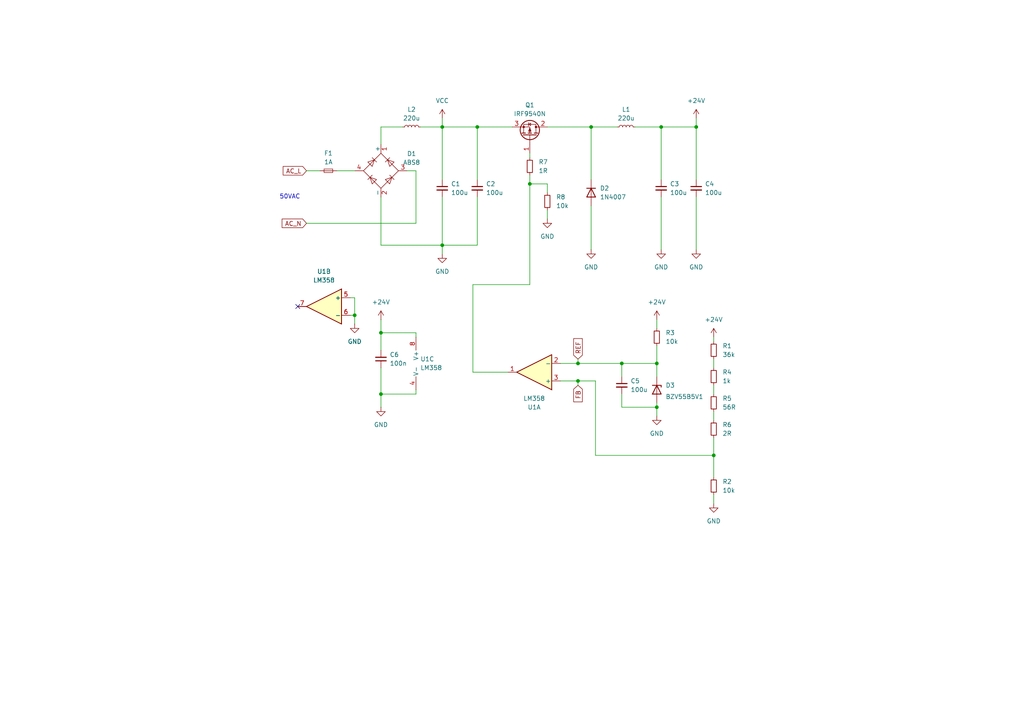
<source format=kicad_sch>
(kicad_sch (version 20231120) (generator "eeschema") (generator_version "8.0")
  (paper "A4")
  (lib_symbols
    (symbol "Amplifier_Operational:LM358" (pin_names (offset 0.127))
      (property "Reference" "U" (at 0 5.08 0))
      (property "Value" "LM358" (at 0 -5.08 0))
      (symbol "LM358_1_1"
        (polyline (pts (xy -5.08 5.08) (xy 5.08 0) (xy -5.08 -5.08) (xy -5.08 5.08)) (stroke (width 0.254)) (fill (type background)))
        (pin output line (at 7.62 0 180) (length 2.54) (name "~") (number "1"))
        (pin input line (at -7.62 -2.54 0) (length 2.54) (name "-") (number "2"))
        (pin input line (at -7.62 2.54 0) (length 2.54) (name "+") (number "3"))
      )
      (symbol "LM358_2_1"
        (polyline (pts (xy -5.08 5.08) (xy 5.08 0) (xy -5.08 -5.08) (xy -5.08 5.08)) (stroke (width 0.254)) (fill (type background)))
        (pin input line (at -7.62 2.54 0) (length 2.54) (name "+") (number "5"))
        (pin input line (at -7.62 -2.54 0) (length 2.54) (name "-") (number "6"))
        (pin output line (at 7.62 0 180) (length 2.54) (name "~") (number "7"))
      )
      (symbol "LM358_3_1"
        (pin power_in line (at -2.54 -7.62 90) (length 3.81) (name "V-") (number "4"))
        (pin power_in line (at -2.54 7.62 270) (length 3.81) (name "V+") (number "8"))
      )
    )
    (symbol "Device:C_Small" (pin_numbers hide) (pin_names (offset 0.254) hide)
      (property "Reference" "C" (at 0.254 1.778 0))
      (property "Value" "C_Small" (at 0.254 -2.032 0))
      (symbol "C_Small_0_1"
        (polyline (pts (xy -1.524 -0.508) (xy 1.524 -0.508)) (stroke (width 0.3302)))
        (polyline (pts (xy -1.524 0.508) (xy 1.524 0.508)) (stroke (width 0.3048)))
      )
      (symbol "C_Small_1_1"
        (pin passive line (at 0 2.54 270) (length 2.032) (name "~") (number "1"))
        (pin passive line (at 0 -2.54 90) (length 2.032) (name "~") (number "2"))
      )
    )
    (symbol "Device:Fuse_Small" (pin_numbers hide) (pin_names (offset 0.254) hide)
      (property "Reference" "F" (at 0 -1.524 0))
      (property "Value" "Fuse_Small" (at 0 1.524 0))
      (symbol "Fuse_Small_0_1"
        (rectangle (start -1.27 0.508) (end 1.27 -0.508))
        (polyline (pts (xy -1.27 0) (xy 1.27 0)))
      )
      (symbol "Fuse_Small_1_1"
        (pin passive line (at -2.54 0 0) (length 1.27) (name "~") (number "1"))
        (pin passive line (at 2.54 0 180) (length 1.27) (name "~") (number "2"))
      )
    )
    (symbol "Device:L_Small" (pin_numbers hide) (pin_names (offset 0.254) hide)
      (property "Reference" "L" (at 0.762 1.016 0))
      (property "Value" "L_Small" (at 0.762 -1.016 0))
      (symbol "L_Small_0_1"
        (arc (start 0 -2.032) (mid 0.5058 -1.524) (end 0 -1.016))
        (arc (start 0 -1.016) (mid 0.5058 -0.508) (end 0 0))
        (arc (start 0 0) (mid 0.5058 0.508) (end 0 1.016))
        (arc (start 0 1.016) (mid 0.5058 1.524) (end 0 2.032))
      )
      (symbol "L_Small_1_1"
        (pin passive line (at 0 2.54 270) (length 0.508) (name "~") (number "1"))
        (pin passive line (at 0 -2.54 90) (length 0.508) (name "~") (number "2"))
      )
    )
    (symbol "Device:R_Small" (pin_numbers hide) (pin_names (offset 0.254) hide)
      (property "Reference" "R" (at 0.762 0.508 0))
      (property "Value" "R_Small" (at 0.762 -1.016 0))
      (symbol "R_Small_0_1"
        (rectangle (start -0.762 1.778) (end 0.762 -1.778) (stroke (width 0.2032)))
      )
      (symbol "R_Small_1_1"
        (pin passive line (at 0 2.54 270) (length 0.762) (name "~") (number "1"))
        (pin passive line (at 0 -2.54 90) (length 0.762) (name "~") (number "2"))
      )
    )
    (symbol "Diode:1N4007" (pin_numbers hide) (pin_names hide)
      (property "Reference" "D" (at 0 2.54 0))
      (property "Value" "1N4007" (at 0 -2.54 0))
      (symbol "1N4007_0_1"
        (polyline (pts (xy -1.27 1.27) (xy -1.27 -1.27)) (stroke (width 0.254)))
        (polyline (pts (xy 1.27 0) (xy -1.27 0)))
        (polyline (pts (xy 1.27 1.27) (xy 1.27 -1.27) (xy -1.27 0) (xy 1.27 1.27)) (stroke (width 0.254)))
      )
      (symbol "1N4007_1_1"
        (pin passive line (at -3.81 0 0) (length 2.54) (name "K") (number "1"))
        (pin passive line (at 3.81 0 180) (length 2.54) (name "A") (number "2"))
      )
    )
    (symbol "Diode:BZV55B5V1" (pin_numbers hide) (pin_names hide)
      (property "Reference" "D" (at 0 2.54 0))
      (property "Value" "BZV55B5V1" (at 0 -2.54 0))
      (symbol "BZV55B5V1_0_1"
        (polyline (pts (xy 1.27 0) (xy -1.27 0)))
        (polyline (pts (xy -1.27 -1.27) (xy -1.27 1.27) (xy -0.762 1.27)) (stroke (width 0.254)))
        (polyline (pts (xy 1.27 -1.27) (xy 1.27 1.27) (xy -1.27 0) (xy 1.27 -1.27)) (stroke (width 0.254)))
      )
      (symbol "BZV55B5V1_1_1"
        (pin passive line (at -3.81 0 0) (length 2.54) (name "K") (number "1"))
        (pin passive line (at 3.81 0 180) (length 2.54) (name "A") (number "2"))
      )
    )
    (symbol "Diode_Bridge:ABS8" (pin_names (offset 0))
      (property "Reference" "D" (at 2.54 6.985 0))
      (property "Value" "ABS8" (at 2.54 5.08 0))
      (symbol "ABS8_0_1"
        (polyline (pts (xy -2.54 3.81) (xy -1.27 2.54)))
        (polyline (pts (xy -1.27 -2.54) (xy -2.54 -3.81)))
        (polyline (pts (xy 2.54 -1.27) (xy 3.81 -2.54)))
        (polyline (pts (xy 2.54 1.27) (xy 3.81 2.54)))
        (polyline (pts (xy -3.81 2.54) (xy -2.54 1.27) (xy -1.905 3.175) (xy -3.81 2.54)))
        (polyline (pts (xy -2.54 -1.27) (xy -3.81 -2.54) (xy -1.905 -3.175) (xy -2.54 -1.27)))
        (polyline (pts (xy 1.27 2.54) (xy 2.54 3.81) (xy 3.175 1.905) (xy 1.27 2.54)))
        (polyline (pts (xy 3.175 -1.905) (xy 1.27 -2.54) (xy 2.54 -3.81) (xy 3.175 -1.905)))
        (polyline (pts (xy -5.08 0) (xy 0 -5.08) (xy 5.08 0) (xy 0 5.08) (xy -5.08 0)))
      )
      (symbol "ABS8_1_1"
        (pin passive line (at 7.62 0 180) (length 2.54) (name "+") (number "1"))
        (pin passive line (at -7.62 0 0) (length 2.54) (name "-") (number "2"))
        (pin passive line (at 0 -7.62 90) (length 2.54) (name "~") (number "3"))
        (pin passive line (at 0 7.62 270) (length 2.54) (name "~") (number "4"))
      )
    )
    (symbol "Transistor_FET:IRF9540N" (pin_names hide)
      (property "Reference" "Q" (at 5.08 1.905 0))
      (property "Value" "IRF9540N" (at 5.08 0 0))
      (symbol "IRF9540N_0_1"
        (polyline (pts (xy 0.254 0) (xy -2.54 0)))
        (polyline (pts (xy 0.254 1.905) (xy 0.254 -1.905)) (stroke (width 0.254)))
        (polyline (pts (xy 0.762 -1.27) (xy 0.762 -2.286)) (stroke (width 0.254)))
        (polyline (pts (xy 0.762 0.508) (xy 0.762 -0.508)) (stroke (width 0.254)))
        (polyline (pts (xy 0.762 2.286) (xy 0.762 1.27)) (stroke (width 0.254)))
        (polyline (pts (xy 2.54 2.54) (xy 2.54 1.778)))
        (polyline (pts (xy 2.54 -2.54) (xy 2.54 0) (xy 0.762 0)))
        (polyline (pts (xy 0.762 1.778) (xy 3.302 1.778) (xy 3.302 -1.778) (xy 0.762 -1.778)))
        (polyline (pts (xy 2.286 0) (xy 1.27 0.381) (xy 1.27 -0.381) (xy 2.286 0)) (fill (type outline)))
        (polyline (pts (xy 2.794 -0.508) (xy 2.921 -0.381) (xy 3.683 -0.381) (xy 3.81 -0.254)))
        (polyline (pts (xy 3.302 -0.381) (xy 2.921 0.254) (xy 3.683 0.254) (xy 3.302 -0.381)))
        (circle (center 1.651 0) (radius 2.794) (stroke (width 0.254)))
        (circle (center 2.54 -1.778) (radius 0.254) (fill (type outline)))
        (circle (center 2.54 1.778) (radius 0.254) (fill (type outline)))
      )
      (symbol "IRF9540N_1_1"
        (pin input line (at -5.08 0 0) (length 2.54) (name "G") (number "1"))
        (pin passive line (at 2.54 5.08 270) (length 2.54) (name "D") (number "2"))
        (pin passive line (at 2.54 -5.08 90) (length 2.54) (name "S") (number "3"))
      )
    )
    (symbol "power:+24V" (power) (pin_numbers hide) (pin_names (offset 0) hide)
      (property "Value" "+24V" (at 0 3.556 0))
      (symbol "+24V_0_1"
        (polyline (pts (xy -0.762 1.27) (xy 0 2.54)))
        (polyline (pts (xy 0 0) (xy 0 2.54)))
        (polyline (pts (xy 0 2.54) (xy 0.762 1.27)))
      )
      (symbol "+24V_1_1"
        (pin power_in line (at 0 0 90) (length 0) (name "~") (number "1"))
      )
    )
    (symbol "power:GND" (power) (pin_numbers hide) (pin_names (offset 0) hide)
      (property "Value" "GND" (at 0 -3.81 0))
      (symbol "GND_0_1"
        (polyline (pts (xy 0 0) (xy 0 -1.27) (xy 1.27 -1.27) (xy 0 -2.54) (xy -1.27 -1.27) (xy 0 -1.27)))
      )
      (symbol "GND_1_1"
        (pin power_in line (at 0 0 270) (length 0) (name "~") (number "1"))
      )
    )
    (symbol "power:VCC" (power) (pin_numbers hide) (pin_names (offset 0) hide)
      (property "Value" "VCC" (at 0 3.556 0))
      (symbol "VCC_0_1"
        (polyline (pts (xy -0.762 1.27) (xy 0 2.54)))
        (polyline (pts (xy 0 0) (xy 0 2.54)))
        (polyline (pts (xy 0 2.54) (xy 0.762 1.27)))
      )
      (symbol "VCC_1_1"
        (pin power_in line (at 0 0 90) (length 0) (name "~") (number "1"))
      )
    )
  )
  (junction (at 167.64 110.49))
  (junction (at 128.27 36.83))
  (junction (at 153.67 53.34))
  (junction (at 190.5 105.41))
  (junction (at 180.34 105.41))
  (junction (at 110.49 114.3))
  (junction (at 207.01 132.08))
  (junction (at 167.64 105.41))
  (junction (at 110.49 96.52))
  (junction (at 191.77 36.83))
  (junction (at 138.43 36.83))
  (junction (at 190.5 118.11))
  (junction (at 128.27 71.12))
  (junction (at 201.93 36.83))
  (junction (at 102.87 91.44))
  (junction (at 171.45 36.83))
  (no_connect (at 86.36 88.9))
  (wire (pts (xy 102.87 91.44) (xy 102.87 93.98)))
  (wire (pts (xy 171.45 59.69) (xy 171.45 72.39)))
  (wire (pts (xy 158.75 60.96) (xy 158.75 63.5)))
  (wire (pts (xy 138.43 71.12) (xy 128.27 71.12)))
  (wire (pts (xy 180.34 105.41) (xy 190.5 105.41)))
  (wire (pts (xy 110.49 71.12) (xy 110.49 57.15)))
  (wire (pts (xy 101.6 91.44) (xy 102.87 91.44)))
  (wire (pts (xy 110.49 96.52) (xy 110.49 101.6)))
  (wire (pts (xy 120.65 49.53) (xy 120.65 64.77)))
  (wire (pts (xy 172.72 132.08) (xy 172.72 110.49)))
  (wire (pts (xy 102.87 86.36) (xy 102.87 91.44)))
  (wire (pts (xy 180.34 105.41) (xy 180.34 109.22)))
  (wire (pts (xy 101.6 86.36) (xy 102.87 86.36)))
  (wire (pts (xy 138.43 36.83) (xy 148.59 36.83)))
  (wire (pts (xy 167.64 111.76) (xy 167.64 110.49)))
  (wire (pts (xy 128.27 36.83) (xy 128.27 52.07)))
  (wire (pts (xy 191.77 36.83) (xy 191.77 52.07)))
  (wire (pts (xy 184.15 36.83) (xy 191.77 36.83)))
  (wire (pts (xy 171.45 52.07) (xy 171.45 36.83)))
  (wire (pts (xy 110.49 36.83) (xy 116.84 36.83)))
  (wire (pts (xy 137.16 107.95) (xy 147.32 107.95)))
  (wire (pts (xy 191.77 57.15) (xy 191.77 72.39)))
  (wire (pts (xy 167.64 105.41) (xy 180.34 105.41)))
  (wire (pts (xy 88.9 64.77) (xy 120.65 64.77)))
  (wire (pts (xy 190.5 118.11) (xy 190.5 120.65)))
  (wire (pts (xy 201.93 57.15) (xy 201.93 72.39)))
  (wire (pts (xy 207.01 143.51) (xy 207.01 146.05)))
  (wire (pts (xy 110.49 106.68) (xy 110.49 114.3)))
  (wire (pts (xy 172.72 132.08) (xy 207.01 132.08)))
  (wire (pts (xy 110.49 36.83) (xy 110.49 41.91)))
  (wire (pts (xy 88.9 49.53) (xy 92.71 49.53)))
  (wire (pts (xy 138.43 36.83) (xy 128.27 36.83)))
  (wire (pts (xy 120.65 113.03) (xy 120.65 114.3)))
  (wire (pts (xy 180.34 114.3) (xy 180.34 118.11)))
  (wire (pts (xy 167.64 105.41) (xy 162.56 105.41)))
  (wire (pts (xy 190.5 100.33) (xy 190.5 105.41)))
  (wire (pts (xy 138.43 57.15) (xy 138.43 71.12)))
  (wire (pts (xy 137.16 82.55) (xy 153.67 82.55)))
  (wire (pts (xy 110.49 114.3) (xy 110.49 118.11)))
  (wire (pts (xy 207.01 104.14) (xy 207.01 106.68)))
  (wire (pts (xy 207.01 127) (xy 207.01 132.08)))
  (wire (pts (xy 207.01 111.76) (xy 207.01 114.3)))
  (wire (pts (xy 190.5 105.41) (xy 190.5 109.22)))
  (wire (pts (xy 158.75 53.34) (xy 153.67 53.34)))
  (wire (pts (xy 110.49 114.3) (xy 120.65 114.3)))
  (wire (pts (xy 158.75 55.88) (xy 158.75 53.34)))
  (wire (pts (xy 171.45 36.83) (xy 179.07 36.83)))
  (wire (pts (xy 110.49 96.52) (xy 120.65 96.52)))
  (wire (pts (xy 190.5 116.84) (xy 190.5 118.11)))
  (wire (pts (xy 128.27 71.12) (xy 110.49 71.12)))
  (wire (pts (xy 207.01 97.79) (xy 207.01 99.06)))
  (wire (pts (xy 118.11 49.53) (xy 120.65 49.53)))
  (wire (pts (xy 158.75 36.83) (xy 171.45 36.83)))
  (wire (pts (xy 190.5 92.71) (xy 190.5 95.25)))
  (wire (pts (xy 207.01 119.38) (xy 207.01 121.92)))
  (wire (pts (xy 110.49 92.71) (xy 110.49 96.52)))
  (wire (pts (xy 153.67 82.55) (xy 153.67 53.34)))
  (wire (pts (xy 167.64 110.49) (xy 162.56 110.49)))
  (wire (pts (xy 128.27 34.29) (xy 128.27 36.83)))
  (wire (pts (xy 153.67 44.45) (xy 153.67 45.72)))
  (wire (pts (xy 128.27 71.12) (xy 128.27 73.66)))
  (wire (pts (xy 191.77 36.83) (xy 201.93 36.83)))
  (wire (pts (xy 167.64 104.14) (xy 167.64 105.41)))
  (wire (pts (xy 121.92 36.83) (xy 128.27 36.83)))
  (wire (pts (xy 207.01 132.08) (xy 207.01 138.43)))
  (wire (pts (xy 201.93 34.29) (xy 201.93 36.83)))
  (wire (pts (xy 201.93 36.83) (xy 201.93 52.07)))
  (wire (pts (xy 120.65 97.79) (xy 120.65 96.52)))
  (wire (pts (xy 153.67 53.34) (xy 153.67 50.8)))
  (wire (pts (xy 97.79 49.53) (xy 102.87 49.53)))
  (wire (pts (xy 180.34 118.11) (xy 190.5 118.11)))
  (wire (pts (xy 138.43 52.07) (xy 138.43 36.83)))
  (wire (pts (xy 128.27 57.15) (xy 128.27 71.12)))
  (wire (pts (xy 137.16 107.95) (xy 137.16 82.55)))
  (wire (pts (xy 172.72 110.49) (xy 167.64 110.49)))
  (text "50VAC" (at 84.074 57.15 0) (effects (font (size 1.27 1.27))))
  (global_label "AC_N" (shape input) (at 88.9 64.77 180) (property "Intersheetrefs" "${INTERSHEET_REFS}" (effects (hide yes))))
  (global_label "REF" (shape input) (at 167.64 104.14 90) (property "Intersheetrefs" "${INTERSHEET_REFS}" (effects (hide yes))))
  (global_label "AC_L" (shape input) (at 88.9 49.53 180) (property "Intersheetrefs" "${INTERSHEET_REFS}" (effects (hide yes))))
  (global_label "FB" (shape input) (at 167.64 111.76 270) (property "Intersheetrefs" "${INTERSHEET_REFS}" (effects (hide yes))))
  (symbol (lib_id "power:GND") (at 102.87 93.98 0) (unit 1)
    (property "Reference" "#PWR011" (effects (hide yes)))
    (property "Value" "GND" (at 102.87 99.06 0))
    (property "Description" "Power symbol creates a global label with name \"GND\" , ground" (effects (hide yes)))
  )
  (symbol (lib_id "Device:R_Small") (at 207.01 109.22 0) (unit 1)
    (property "Reference" "R4" (at 209.55 107.9499 0) (effects (justify left)))
    (property "Value" "1k" (at 209.55 110.4899 0) (effects (justify left)))
    (property "Footprint" "Resistor_SMD:R_0603_1608Metric_Pad0.98x0.95mm_HandSolder" (effects (hide yes)))
    (property "Description" "Resistor, small symbol" (effects (hide yes)))
  )
  (symbol (lib_id "power:VCC") (at 128.27 34.29 0) (unit 1)
    (property "Reference" "#PWR02" (effects (hide yes)))
    (property "Value" "VCC" (at 128.27 29.21 0))
    (property "Description" "Power symbol creates a global label with name \"VCC\"" (effects (hide yes)))
  )
  (symbol (lib_id "Device:R_Small") (at 153.67 48.26 0) (unit 1)
    (property "Reference" "R7" (at 156.21 46.9899 0) (effects (justify left)))
    (property "Value" "1R" (at 156.21 49.5299 0) (effects (justify left)))
    (property "Footprint" "Resistor_SMD:R_0603_1608Metric_Pad0.98x0.95mm_HandSolder" (effects (hide yes)))
    (property "Description" "Resistor, small symbol" (effects (hide yes)))
  )
  (symbol (lib_id "Device:R_Small") (at 207.01 101.6 0) (unit 1)
    (property "Reference" "R1" (at 209.55 100.3299 0) (effects (justify left)))
    (property "Value" "36k" (at 209.55 102.8699 0) (effects (justify left)))
    (property "Footprint" "Resistor_SMD:R_0603_1608Metric_Pad0.98x0.95mm_HandSolder" (effects (hide yes)))
    (property "Description" "Resistor, small symbol" (effects (hide yes)))
  )
  (symbol (lib_id "power:+24V") (at 201.93 34.29 0) (unit 1)
    (property "Reference" "#PWR08" (effects (hide yes)))
    (property "Value" "+24V" (at 201.93 29.21 0))
    (property "Description" "Power symbol creates a global label with name \"+24V\"" (effects (hide yes)))
  )
  (symbol (lib_id "power:+24V") (at 207.01 97.79 0) (unit 1)
    (property "Reference" "#PWR09" (effects (hide yes)))
    (property "Value" "+24V" (at 207.01 92.71 0))
    (property "Description" "Power symbol creates a global label with name \"+24V\"" (effects (hide yes)))
  )
  (symbol (lib_id "Device:R_Small") (at 207.01 140.97 0) (unit 1)
    (property "Reference" "R2" (at 209.55 139.6999 0) (effects (justify left)))
    (property "Value" "10k" (at 209.55 142.2399 0) (effects (justify left)))
    (property "Footprint" "Resistor_SMD:R_0603_1608Metric_Pad0.98x0.95mm_HandSolder" (effects (hide yes)))
    (property "Description" "Resistor, small symbol" (effects (hide yes)))
  )
  (symbol (lib_id "Device:C_Small") (at 180.34 111.76 0) (unit 1)
    (property "Reference" "C5" (at 182.88 110.4962 0) (effects (justify left)))
    (property "Value" "100u" (at 182.88 113.0362 0) (effects (justify left)))
    (property "Footprint" "Capacitor_SMD:C_1206_3216Metric_Pad1.33x1.80mm_HandSolder" (effects (hide yes)))
    (property "Description" "Unpolarized capacitor, small symbol" (effects (hide yes)))
  )
  (symbol (lib_id "Device:R_Small") (at 158.75 58.42 180) (unit 1)
    (property "Reference" "R8" (at 161.29 57.1499 0) (effects (justify right)))
    (property "Value" "10k" (at 161.29 59.6899 0) (effects (justify right)))
    (property "Footprint" "Resistor_SMD:R_0603_1608Metric_Pad0.98x0.95mm_HandSolder" (effects (hide yes)))
    (property "Description" "Resistor, small symbol" (effects (hide yes)))
  )
  (symbol (lib_id "Diode_Bridge:ABS8") (at 110.49 49.53 90) (unit 1)
    (property "Reference" "D1" (at 119.38 44.5768 90))
    (property "Value" "ABS8" (at 119.38 47.1168 90))
    (property "Footprint" "Diode_SMD:Diode_Bridge_Diotec_ABS" (effects (hide yes)))
    (property "Datasheet" "https://diotec.com/tl_files/diotec/files/pdf/datasheets/abs2.pdf" (effects (hide yes)))
    (property "Description" "Miniature Glass Passivated Single-Phase Surface Mount Bridge Rectifiers, 450V Vrms, 0.8A If, ABS SMD package" (effects (hide yes)))
  )
  (symbol (lib_id "Diode:BZV55B5V1") (at 190.5 113.03 270) (unit 1)
    (property "Reference" "D3" (at 193.04 111.7599 90) (effects (justify left)))
    (property "Value" "BZV55B5V1" (at 193.04 115.062 90) (effects (justify left)))
    (property "Footprint" "Diode_SMD:D_MiniMELF" (effects (hide yes)))
    (property "Datasheet" "https://assets.nexperia.com/documents/data-sheet/BZV55_SER.pdf" (effects (hide yes)))
    (property "Description" "5.1V, 500mW, 2%, Zener diode, MiniMELF" (effects (hide yes)))
  )
  (symbol (lib_id "Device:C_Small") (at 128.27 54.61 0) (unit 1)
    (property "Reference" "C1" (at 130.81 53.3462 0) (effects (justify left)))
    (property "Value" "100u" (at 130.81 55.8862 0) (effects (justify left)))
    (property "Footprint" "Capacitor_SMD:C_1206_3216Metric_Pad1.33x1.80mm_HandSolder" (effects (hide yes)))
    (property "Description" "Unpolarized capacitor, small symbol" (effects (hide yes)))
  )
  (symbol (lib_id "power:GND") (at 128.27 73.66 0) (unit 1)
    (property "Reference" "#PWR01" (effects (hide yes)))
    (property "Value" "GND" (at 128.27 78.74 0))
    (property "Description" "Power symbol creates a global label with name \"GND\" , ground" (effects (hide yes)))
  )
  (symbol (lib_id "power:GND") (at 171.45 72.39 0) (unit 1)
    (property "Reference" "#PWR03" (effects (hide yes)))
    (property "Value" "GND" (at 171.45 77.47 0))
    (property "Description" "Power symbol creates a global label with name \"GND\" , ground" (effects (hide yes)))
  )
  (symbol (lib_id "Device:R_Small") (at 190.5 97.79 0) (unit 1)
    (property "Reference" "R3" (at 193.04 96.5199 0) (effects (justify left)))
    (property "Value" "10k" (at 193.04 99.0599 0) (effects (justify left)))
    (property "Footprint" "Resistor_SMD:R_0603_1608Metric_Pad0.98x0.95mm_HandSolder" (effects (hide yes)))
    (property "Description" "Resistor, small symbol" (effects (hide yes)))
  )
  (symbol (lib_id "Device:C_Small") (at 201.93 54.61 0) (unit 1)
    (property "Reference" "C4" (at 204.47 53.3462 0) (effects (justify left)))
    (property "Value" "100u" (at 204.47 55.8862 0) (effects (justify left)))
    (property "Footprint" "Capacitor_SMD:C_1206_3216Metric_Pad1.33x1.80mm_HandSolder" (effects (hide yes)))
    (property "Description" "Unpolarized capacitor, small symbol" (effects (hide yes)))
  )
  (symbol (lib_id "Device:C_Small") (at 110.49 104.14 180) (unit 1)
    (property "Reference" "C6" (at 113.03 102.8635 0) (effects (justify right)))
    (property "Value" "100n" (at 113.03 105.4035 0) (effects (justify right)))
    (property "Footprint" "Capacitor_SMD:C_1206_3216Metric_Pad1.33x1.80mm_HandSolder" (effects (hide yes)))
    (property "Description" "Unpolarized capacitor, small symbol" (effects (hide yes)))
  )
  (symbol (lib_id "Diode:1N4007") (at 171.45 55.88 270) (unit 1)
    (property "Reference" "D2" (at 173.99 54.6099 90) (effects (justify left)))
    (property "Value" "1N4007" (at 173.99 57.1499 90) (effects (justify left)))
    (property "Footprint" "Diode_THT:D_DO-41_SOD81_P10.16mm_Horizontal" (effects (hide yes)))
    (property "Datasheet" "http://www.vishay.com/docs/88503/1n4001.pdf" (effects (hide yes)))
    (property "Description" "1000V 1A General Purpose Rectifier Diode, DO-41" (effects (hide yes)))
    (property "Sim.Device" "D" (effects (hide yes)))
    (property "Sim.Pins" "1=K 2=A" (effects (hide yes)))
  )
  (symbol (lib_id "power:GND") (at 207.01 146.05 0) (unit 1)
    (property "Reference" "#PWR06" (effects (hide yes)))
    (property "Value" "GND" (at 207.01 151.13 0))
    (property "Description" "Power symbol creates a global label with name \"GND\" , ground" (effects (hide yes)))
  )
  (symbol (lib_id "Device:R_Small") (at 207.01 124.46 0) (unit 1)
    (property "Reference" "R6" (at 209.55 123.1899 0) (effects (justify left)))
    (property "Value" "2R" (at 209.55 125.7299 0) (effects (justify left)))
    (property "Footprint" "Resistor_SMD:R_0603_1608Metric_Pad0.98x0.95mm_HandSolder" (effects (hide yes)))
    (property "Description" "Resistor, small symbol" (effects (hide yes)))
  )
  (symbol (lib_id "Amplifier_Operational:LM358") (at 154.94 107.95 180) (unit 1)
    (property "Reference" "U1" (at 154.94 118.11 0))
    (property "Value" "LM358" (at 154.94 115.57 0))
    (property "Datasheet" "http://www.ti.com/lit/ds/symlink/lm2904-n.pdf" (effects (hide yes)))
    (property "Description" "Low-Power, Dual Operational Amplifiers, DIP-8/SOIC-8/TO-99-8" (effects (hide yes)))
  )
  (symbol (lib_id "Device:L_Small") (at 181.61 36.83 90) (unit 1)
    (property "Reference" "L1" (at 181.61 31.75 90))
    (property "Value" "220u" (at 181.61 34.29 90))
    (property "Footprint" "Inductor_SMD:L_12x12mm_H6mm" (effects (hide yes)))
    (property "Description" "Inductor, small symbol" (effects (hide yes)))
  )
  (symbol (lib_id "Device:C_Small") (at 191.77 54.61 0) (unit 1)
    (property "Reference" "C3" (at 194.31 53.3462 0) (effects (justify left)))
    (property "Value" "100u" (at 194.31 55.8862 0) (effects (justify left)))
    (property "Footprint" "Capacitor_SMD:C_1206_3216Metric_Pad1.33x1.80mm_HandSolder" (effects (hide yes)))
    (property "Description" "Unpolarized capacitor, small symbol" (effects (hide yes)))
  )
  (symbol (lib_id "Device:R_Small") (at 207.01 116.84 0) (unit 1)
    (property "Reference" "R5" (at 209.55 115.5699 0) (effects (justify left)))
    (property "Value" "56R" (at 209.55 118.1099 0) (effects (justify left)))
    (property "Footprint" "Resistor_SMD:R_0603_1608Metric_Pad0.98x0.95mm_HandSolder" (effects (hide yes)))
    (property "Description" "Resistor, small symbol" (effects (hide yes)))
  )
  (symbol (lib_id "power:GND") (at 190.5 120.65 0) (unit 1)
    (property "Reference" "#PWR07" (effects (hide yes)))
    (property "Value" "GND" (at 190.5 125.73 0))
    (property "Description" "Power symbol creates a global label with name \"GND\" , ground" (effects (hide yes)))
  )
  (symbol (lib_id "power:GND") (at 201.93 72.39 0) (unit 1)
    (property "Reference" "#PWR05" (effects (hide yes)))
    (property "Value" "GND" (at 201.93 77.47 0))
    (property "Description" "Power symbol creates a global label with name \"GND\" , ground" (effects (hide yes)))
  )
  (symbol (lib_id "Device:C_Small") (at 138.43 54.61 0) (unit 1)
    (property "Reference" "C2" (at 140.97 53.3462 0) (effects (justify left)))
    (property "Value" "100u" (at 140.97 55.8862 0) (effects (justify left)))
    (property "Footprint" "Capacitor_SMD:C_1206_3216Metric_Pad1.33x1.80mm_HandSolder" (effects (hide yes)))
    (property "Description" "Unpolarized capacitor, small symbol" (effects (hide yes)))
  )
  (symbol (lib_id "Device:Fuse_Small") (at 95.25 49.53 0) (unit 1)
    (property "Reference" "F1" (at 95.25 44.45 0))
    (property "Value" "1A" (at 95.25 46.99 0))
    (property "Description" "Fuse, small symbol" (effects (hide yes)))
  )
  (symbol (lib_id "power:GND") (at 191.77 72.39 0) (unit 1)
    (property "Reference" "#PWR04" (effects (hide yes)))
    (property "Value" "GND" (at 191.77 77.47 0))
    (property "Description" "Power symbol creates a global label with name \"GND\" , ground" (effects (hide yes)))
  )
  (symbol (lib_id "power:GND") (at 158.75 63.5 0) (unit 1)
    (property "Reference" "#PWR014" (effects (hide yes)))
    (property "Value" "GND" (at 158.75 68.58 0))
    (property "Description" "Power symbol creates a global label with name \"GND\" , ground" (effects (hide yes)))
  )
  (symbol (lib_id "power:GND") (at 110.49 118.11 0) (unit 1)
    (property "Reference" "#PWR012" (effects (hide yes)))
    (property "Value" "GND" (at 110.49 123.19 0))
    (property "Description" "Power symbol creates a global label with name \"GND\" , ground" (effects (hide yes)))
  )
  (symbol (lib_id "power:+24V") (at 190.5 92.71 0) (unit 1)
    (property "Reference" "#PWR010" (effects (hide yes)))
    (property "Value" "+24V" (at 190.5 87.63 0))
    (property "Description" "Power symbol creates a global label with name \"+24V\"" (effects (hide yes)))
  )
  (symbol (lib_id "Amplifier_Operational:LM358") (at 93.98 88.9 0) (mirror y) (unit 2)
    (property "Reference" "U1" (at 93.98 78.74 0))
    (property "Value" "LM358" (at 93.98 81.28 0))
    (property "Datasheet" "http://www.ti.com/lit/ds/symlink/lm2904-n.pdf" (effects (hide yes)))
    (property "Description" "Low-Power, Dual Operational Amplifiers, DIP-8/SOIC-8/TO-99-8" (effects (hide yes)))
  )
  (symbol (lib_id "Transistor_FET:IRF9540N") (at 153.67 39.37 270) (mirror x) (unit 1)
    (property "Reference" "Q1" (at 153.67 30.48 90))
    (property "Value" "IRF9540N" (at 153.67 33.02 90))
    (property "Footprint" "Package_TO_SOT_THT:TO-220-3_Vertical" (effects (hide yes)))
    (property "Datasheet" "http://www.irf.com/product-info/datasheets/data/irf9540n.pdf" (effects (hide yes)))
    (property "Description" "-23A Id, -100V Vds, 117mOhm Rds, P-Channel HEXFET Power MOSFET, TO-220" (effects (hide yes)))
  )
  (symbol (lib_id "Device:L_Small") (at 119.38 36.83 90) (unit 1)
    (property "Reference" "L2" (at 119.38 31.75 90))
    (property "Value" "220u" (at 119.38 34.29 90))
    (property "Footprint" "Inductor_SMD:L_12x12mm_H6mm" (effects (hide yes)))
    (property "Description" "Inductor, small symbol" (effects (hide yes)))
  )
  (symbol (lib_id "power:+24V") (at 110.49 92.71 0) (unit 1)
    (property "Reference" "#PWR013" (effects (hide yes)))
    (property "Value" "+24V" (at 110.49 87.63 0))
    (property "Description" "Power symbol creates a global label with name \"+24V\"" (effects (hide yes)))
  )
  (symbol (lib_id "Amplifier_Operational:LM358") (at 123.19 105.41 0) (unit 3)
    (property "Reference" "U1" (at 121.92 104.1399 0) (effects (justify left)))
    (property "Value" "LM358" (at 121.92 106.6799 0) (effects (justify left)))
    (property "Datasheet" "http://www.ti.com/lit/ds/symlink/lm2904-n.pdf" (effects (hide yes)))
    (property "Description" "Low-Power, Dual Operational Amplifiers, DIP-8/SOIC-8/TO-99-8" (effects (hide yes)))
  )
)
</source>
